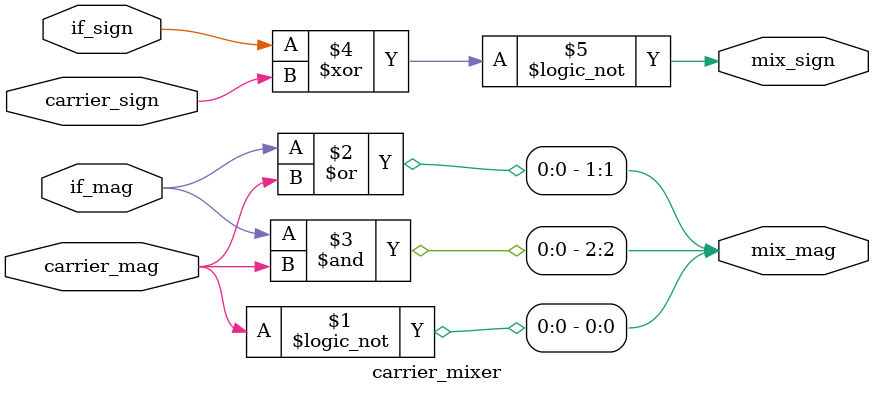
<source format=v>



/*
 The IF raw data and carrier are two bit quantities.
 Each has a sign bit and a mag bit.
 The IF_mag bit represents the values 1 and 3.
 The carrier_mag bit represents the values 1 and 2.

 The mix_mag is three bits representing the values 1,2,3,6
 The mix_sign bit is 0 for negative, 1 for positive.

 truth table

 if_mag       | 0 0 1 1 |
 carrier_mag  | 0 1 0 1 |
 output bit:
            0 | 1 0 1 0 | = not carrier_mag

            1 | 0 1 1 1 | = if_mag or carrier_mag
            2 | 0 0 0 1 | = if_mag and carrier_mag
 -------------|---------|
    value     | 1 2 3 6 |

 if_sign      | 0 0 1 1 |  (0 = -ve, 1 = +ve)
 carrier sign | 0 1 0 1 |
 output sign:
              | 1 0 0 1 |  = not( if_sign xor carrier_sign )
*/
/*
	Copyright (C) 2007  Peter Mumford

    This library is free software; you can redistribute it and/or
    modify it under the terms of the GNU Lesser General Public
    License as published by the Free Software Foundation; either
    version 2.1 of the License, or (at your option) any later version.

    This library is distributed in the hope that it will be useful,
    but WITHOUT ANY WARRANTY; without even the implied warranty of
    MERCHANTABILITY or FITNESS FOR A PARTICULAR PURPOSE.  See the GNU
    Lesser General Public License for more details.

    You should have received a copy of the GNU Lesser General Public
    License along with this library; if not, write to the Free Software
    Foundation, Inc., 51 Franklin Street, Fifth Floor, Boston, MA  02110-1301  USA
*/

module carrier_mixer (if_sign, if_mag, carrier_sign, carrier_mag, mix_sign, mix_mag);

input if_sign, if_mag, carrier_sign, carrier_mag;
output mix_sign;
output [2:0] mix_mag;

assign mix_mag[0] = !carrier_mag;
assign mix_mag[1] = if_mag | carrier_mag;
assign mix_mag[2] = if_mag & carrier_mag;
assign mix_sign = !(if_sign ^ carrier_sign);

endmodule



</source>
